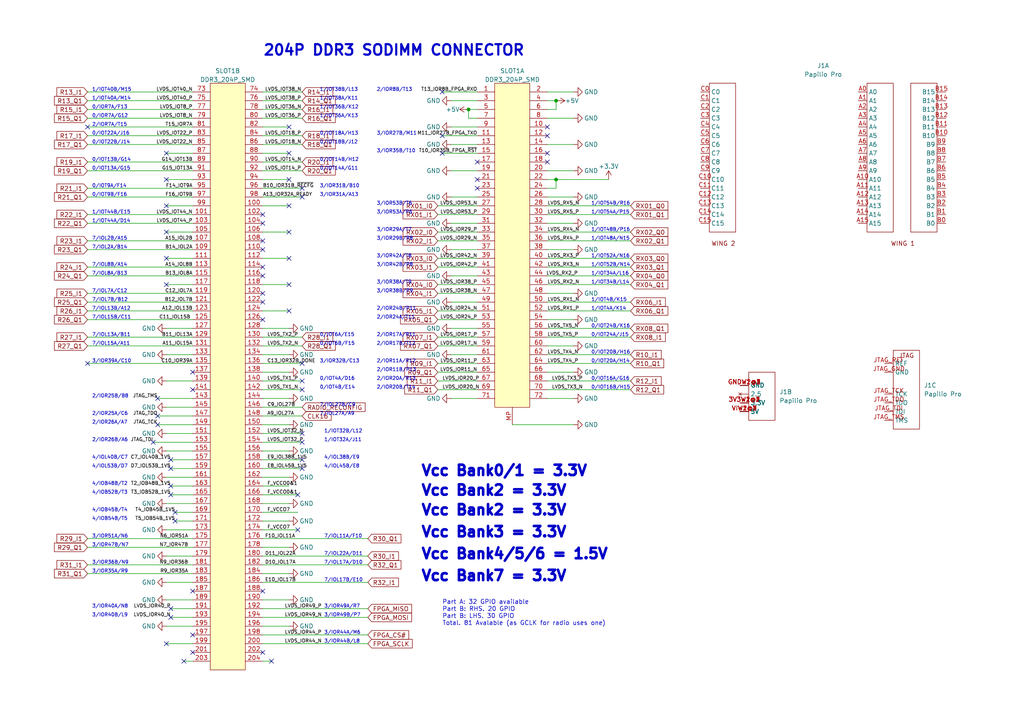
<source format=kicad_sch>
(kicad_sch (version 20231120) (generator "eeschema") (generator_version "8.0")
  (paper "A4")
  (junction (at 161.29 29.21))
  (junction (at 135.89 31.75))
  (junction (at 161.29 52.07))
  (no_connect (at 49.53 143.51))
  (no_connect (at 83.82 44.45))
  (no_connect (at 45.72 115.57))
  (no_connect (at 87.63 57.15))
  (no_connect (at 83.82 67.31))
  (no_connect (at 87.63 128.27))
  (no_connect (at 158.75 46.99))
  (no_connect (at 48.26 186.69))
  (no_connect (at 128.27 26.67))
  (no_connect (at 87.63 105.41))
  (no_connect (at 87.63 113.03))
  (no_connect (at 87.63 110.49))
  (no_connect (at 87.63 54.61))
  (no_connect (at 87.63 125.73))
  (no_connect (at 55.88 171.45))
  (no_connect (at 76.2 80.01))
  (no_connect (at 83.82 36.83))
  (no_connect (at 48.26 82.55))
  (no_connect (at 48.26 74.93))
  (no_connect (at 49.53 133.35))
  (no_connect (at 45.72 123.19))
  (no_connect (at 45.72 120.65))
  (no_connect (at 158.75 39.37))
  (no_connect (at 128.27 39.37))
  (no_connect (at 158.75 44.45))
  (no_connect (at 83.82 74.93))
  (no_connect (at 76.2 77.47))
  (no_connect (at 76.2 64.77))
  (no_connect (at 76.2 189.23))
  (no_connect (at 87.63 135.89))
  (no_connect (at 55.88 107.95))
  (no_connect (at 158.75 36.83))
  (no_connect (at 48.26 67.31))
  (no_connect (at 76.2 85.09))
  (no_connect (at 49.53 135.89))
  (no_connect (at 50.8 148.59))
  (no_connect (at 128.27 44.45))
  (no_connect (at 138.43 46.99))
  (no_connect (at 83.82 59.69))
  (no_connect (at 76.2 69.85))
  (no_connect (at 48.26 52.07))
  (no_connect (at 44.45 128.27))
  (no_connect (at 83.82 52.07))
  (no_connect (at 138.43 54.61))
  (no_connect (at 76.2 92.71))
  (no_connect (at 49.53 176.53))
  (no_connect (at 76.2 87.63))
  (no_connect (at 55.88 184.15))
  (no_connect (at 78.74 191.77))
  (no_connect (at 83.82 82.55))
  (no_connect (at 76.2 72.39))
  (no_connect (at 55.88 189.23))
  (no_connect (at 76.2 62.23))
  (no_connect (at 76.2 171.45))
  (no_connect (at 55.88 113.03))
  (no_connect (at 87.63 133.35))
  (no_connect (at 138.43 52.07))
  (no_connect (at 25.4 36.83))
  (no_connect (at 49.53 140.97))
  (no_connect (at 86.36 153.67))
  (no_connect (at 25.4 105.41))
  (no_connect (at 49.53 179.07))
  (no_connect (at 86.36 143.51))
  (no_connect (at 48.26 44.45))
  (no_connect (at 83.82 90.17))
  (no_connect (at 50.8 151.13))
  (no_connect (at 53.34 191.77))
  (no_connect (at 48.26 59.69))
  (wire (pts (xy 25.4 29.21) (xy 55.88 29.21)))
  (wire (pts (xy 127 82.55) (xy 138.43 82.55)))
  (wire (pts (xy 138.43 34.29) (xy 135.89 34.29)))
  (wire (pts (xy 76.2 90.17) (xy 83.82 90.17)))
  (wire (pts (xy 87.63 133.35) (xy 76.2 133.35)))
  (wire (pts (xy 25.4 39.37) (xy 55.88 39.37)))
  (wire (pts (xy 76.2 168.91) (xy 106.68 168.91)))
  (wire (pts (xy 76.2 148.59) (xy 86.36 148.59)))
  (wire (pts (xy 76.2 153.67) (xy 86.36 153.67)))
  (wire (pts (xy 83.82 107.95) (xy 76.2 107.95)))
  (wire (pts (xy 48.26 146.05) (xy 55.88 146.05)))
  (wire (pts (xy 44.45 128.27) (xy 55.88 128.27)))
  (wire (pts (xy 50.8 148.59) (xy 55.88 148.59)))
  (wire (pts (xy 48.26 153.67) (xy 55.88 153.67)))
  (wire (pts (xy 182.88 95.25) (xy 158.75 95.25)))
  (wire (pts (xy 83.82 138.43) (xy 76.2 138.43)))
  (wire (pts (xy 166.37 26.67) (xy 158.75 26.67)))
  (wire (pts (xy 76.2 67.31) (xy 83.82 67.31)))
  (wire (pts (xy 166.37 64.77) (xy 158.75 64.77)))
  (wire (pts (xy 83.82 123.19) (xy 76.2 123.19)))
  (wire (pts (xy 106.68 179.07) (xy 76.2 179.07)))
  (wire (pts (xy 127 74.93) (xy 138.43 74.93)))
  (wire (pts (xy 25.4 156.21) (xy 55.88 156.21)))
  (wire (pts (xy 49.53 133.35) (xy 55.88 133.35)))
  (wire (pts (xy 166.37 49.53) (xy 158.75 49.53)))
  (wire (pts (xy 48.26 102.87) (xy 55.88 102.87)))
  (wire (pts (xy 76.2 110.49) (xy 87.63 110.49)))
  (wire (pts (xy 166.37 41.91) (xy 158.75 41.91)))
  (wire (pts (xy 135.89 31.75) (xy 138.43 31.75)))
  (wire (pts (xy 127 92.71) (xy 138.43 92.71)))
  (wire (pts (xy 76.2 41.91) (xy 87.63 41.91)))
  (wire (pts (xy 87.63 54.61) (xy 76.2 54.61)))
  (wire (pts (xy 127 97.79) (xy 138.43 97.79)))
  (wire (pts (xy 49.53 143.51) (xy 55.88 143.51)))
  (wire (pts (xy 76.2 74.93) (xy 83.82 74.93)))
  (wire (pts (xy 182.88 105.41) (xy 158.75 105.41)))
  (wire (pts (xy 127 113.03) (xy 138.43 113.03)))
  (wire (pts (xy 127 110.49) (xy 138.43 110.49)))
  (wire (pts (xy 25.4 158.75) (xy 55.88 158.75)))
  (wire (pts (xy 182.88 77.47) (xy 158.75 77.47)))
  (wire (pts (xy 48.26 95.25) (xy 55.88 95.25)))
  (wire (pts (xy 161.29 31.75) (xy 161.29 29.21)))
  (wire (pts (xy 48.26 44.45) (xy 55.88 44.45)))
  (wire (pts (xy 48.26 67.31) (xy 55.88 67.31)))
  (wire (pts (xy 76.2 34.29) (xy 87.63 34.29)))
  (wire (pts (xy 25.4 26.67) (xy 55.88 26.67)))
  (wire (pts (xy 25.4 163.83) (xy 55.88 163.83)))
  (wire (pts (xy 25.4 92.71) (xy 55.88 92.71)))
  (wire (pts (xy 87.63 105.41) (xy 76.2 105.41)))
  (wire (pts (xy 127 85.09) (xy 138.43 85.09)))
  (wire (pts (xy 76.2 52.07) (xy 83.82 52.07)))
  (wire (pts (xy 48.26 161.29) (xy 55.88 161.29)))
  (wire (pts (xy 76.2 82.55) (xy 83.82 82.55)))
  (wire (pts (xy 158.75 113.03) (xy 182.88 113.03)))
  (wire (pts (xy 76.2 39.37) (xy 87.63 39.37)))
  (wire (pts (xy 83.82 151.13) (xy 76.2 151.13)))
  (wire (pts (xy 25.4 57.15) (xy 55.88 57.15)))
  (wire (pts (xy 25.4 90.17) (xy 55.88 90.17)))
  (wire (pts (xy 161.29 52.07) (xy 161.29 54.61)))
  (wire (pts (xy 48.26 130.81) (xy 55.88 130.81)))
  (wire (pts (xy 166.37 92.71) (xy 158.75 92.71)))
  (wire (pts (xy 128.27 26.67) (xy 138.43 26.67)))
  (wire (pts (xy 127 69.85) (xy 138.43 69.85)))
  (wire (pts (xy 127 62.23) (xy 138.43 62.23)))
  (wire (pts (xy 25.4 31.75) (xy 55.88 31.75)))
  (wire (pts (xy 48.26 52.07) (xy 55.88 52.07)))
  (wire (pts (xy 45.72 115.57) (xy 55.88 115.57)))
  (wire (pts (xy 48.26 186.69) (xy 55.88 186.69)))
  (wire (pts (xy 25.4 80.01) (xy 55.88 80.01)))
  (wire (pts (xy 166.37 115.57) (xy 158.75 115.57)))
  (wire (pts (xy 130.81 36.83) (xy 138.43 36.83)))
  (wire (pts (xy 130.81 72.39) (xy 138.43 72.39)))
  (wire (pts (xy 130.81 29.21) (xy 138.43 29.21)))
  (wire (pts (xy 182.88 69.85) (xy 158.75 69.85)))
  (wire (pts (xy 25.4 34.29) (xy 55.88 34.29)))
  (wire (pts (xy 166.37 72.39) (xy 158.75 72.39)))
  (wire (pts (xy 50.8 151.13) (xy 55.88 151.13)))
  (wire (pts (xy 48.26 168.91) (xy 55.88 168.91)))
  (wire (pts (xy 127 90.17) (xy 138.43 90.17)))
  (wire (pts (xy 166.37 85.09) (xy 158.75 85.09)))
  (wire (pts (xy 182.88 90.17) (xy 158.75 90.17)))
  (wire (pts (xy 83.82 173.99) (xy 76.2 173.99)))
  (wire (pts (xy 106.68 161.29) (xy 76.2 161.29)))
  (wire (pts (xy 76.2 36.83) (xy 83.82 36.83)))
  (wire (pts (xy 87.63 26.67) (xy 76.2 26.67)))
  (wire (pts (xy 87.63 118.11) (xy 76.2 118.11)))
  (wire (pts (xy 25.4 49.53) (xy 55.88 49.53)))
  (wire (pts (xy 130.81 80.01) (xy 138.43 80.01)))
  (wire (pts (xy 182.88 97.79) (xy 158.75 97.79)))
  (wire (pts (xy 182.88 87.63) (xy 158.75 87.63)))
  (wire (pts (xy 25.4 72.39) (xy 55.88 72.39)))
  (wire (pts (xy 158.75 80.01) (xy 182.88 80.01)))
  (wire (pts (xy 25.4 62.23) (xy 55.88 62.23)))
  (wire (pts (xy 127 77.47) (xy 138.43 77.47)))
  (wire (pts (xy 25.4 69.85) (xy 55.88 69.85)))
  (wire (pts (xy 48.26 118.11) (xy 55.88 118.11)))
  (wire (pts (xy 83.82 95.25) (xy 76.2 95.25)))
  (wire (pts (xy 45.72 120.65) (xy 55.88 120.65)))
  (wire (pts (xy 76.2 120.65) (xy 87.63 120.65)))
  (wire (pts (xy 49.53 135.89) (xy 55.88 135.89)))
  (wire (pts (xy 182.88 59.69) (xy 158.75 59.69)))
  (wire (pts (xy 182.88 82.55) (xy 158.75 82.55)))
  (wire (pts (xy 182.88 110.49) (xy 158.75 110.49)))
  (wire (pts (xy 130.81 102.87) (xy 138.43 102.87)))
  (wire (pts (xy 49.53 140.97) (xy 55.88 140.97)))
  (wire (pts (xy 182.88 62.23) (xy 158.75 62.23)))
  (wire (pts (xy 83.82 146.05) (xy 76.2 146.05)))
  (wire (pts (xy 49.53 179.07) (xy 55.88 179.07)))
  (wire (pts (xy 49.53 176.53) (xy 55.88 176.53)))
  (wire (pts (xy 76.2 184.15) (xy 106.68 184.15)))
  (wire (pts (xy 127 107.95) (xy 138.43 107.95)))
  (wire (pts (xy 130.81 95.25) (xy 138.43 95.25)))
  (wire (pts (xy 87.63 57.15) (xy 76.2 57.15)))
  (wire (pts (xy 76.2 46.99) (xy 87.63 46.99)))
  (wire (pts (xy 130.81 57.15) (xy 138.43 57.15)))
  (wire (pts (xy 161.29 52.07) (xy 176.53 52.07)))
  (wire (pts (xy 166.37 107.95) (xy 158.75 107.95)))
  (wire (pts (xy 83.82 115.57) (xy 76.2 115.57)))
  (wire (pts (xy 130.81 115.57) (xy 138.43 115.57)))
  (wire (pts (xy 25.4 97.79) (xy 55.88 97.79)))
  (wire (pts (xy 106.68 176.53) (xy 76.2 176.53)))
  (wire (pts (xy 48.26 59.69) (xy 55.88 59.69)))
  (wire (pts (xy 76.2 140.97) (xy 83.82 140.97)))
  (wire (pts (xy 25.4 77.47) (xy 55.88 77.47)))
  (wire (pts (xy 48.26 173.99) (xy 55.88 173.99)))
  (wire (pts (xy 76.2 31.75) (xy 87.63 31.75)))
  (wire (pts (xy 130.81 87.63) (xy 138.43 87.63)))
  (wire (pts (xy 127 105.41) (xy 138.43 105.41)))
  (wire (pts (xy 48.26 125.73) (xy 55.88 125.73)))
  (wire (pts (xy 25.4 166.37) (xy 55.88 166.37)))
  (wire (pts (xy 128.27 44.45) (xy 138.43 44.45)))
  (wire (pts (xy 53.34 191.77) (xy 55.88 191.77)))
  (wire (pts (xy 158.75 29.21) (xy 161.29 29.21)))
  (wire (pts (xy 158.75 52.07) (xy 161.29 52.07)))
  (wire (pts (xy 76.2 156.21) (xy 106.68 156.21)))
  (wire (pts (xy 76.2 143.51) (xy 86.36 143.51)))
  (wire (pts (xy 76.2 97.79) (xy 87.63 97.79)))
  (wire (pts (xy 76.2 113.03) (xy 87.63 113.03)))
  (wire (pts (xy 127 59.69) (xy 138.43 59.69)))
  (wire (pts (xy 182.88 102.87) (xy 158.75 102.87)))
  (wire (pts (xy 76.2 44.45) (xy 83.82 44.45)))
  (wire (pts (xy 87.63 125.73) (xy 76.2 125.73)))
  (wire (pts (xy 25.4 85.09) (xy 55.88 85.09)))
  (wire (pts (xy 130.81 41.91) (xy 138.43 41.91)))
  (wire (pts (xy 83.82 130.81) (xy 76.2 130.81)))
  (wire (pts (xy 166.37 34.29) (xy 158.75 34.29)))
  (wire (pts (xy 135.89 34.29) (xy 135.89 31.75)))
  (wire (pts (xy 76.2 186.69) (xy 106.68 186.69)))
  (wire (pts (xy 161.29 54.61) (xy 158.75 54.61)))
  (wire (pts (xy 48.26 74.93) (xy 55.88 74.93)))
  (wire (pts (xy 76.2 59.69) (xy 83.82 59.69)))
  (wire (pts (xy 45.72 123.19) (xy 55.88 123.19)))
  (wire (pts (xy 106.68 163.83) (xy 76.2 163.83)))
  (wire (pts (xy 182.88 74.93) (xy 158.75 74.93)))
  (wire (pts (xy 87.63 29.21) (xy 76.2 29.21)))
  (wire (pts (xy 166.37 57.15) (xy 158.75 57.15)))
  (wire (pts (xy 25.4 105.41) (xy 55.88 105.41)))
  (wire (pts (xy 76.2 191.77) (xy 78.74 191.77)))
  (wire (pts (xy 182.88 67.31) (xy 158.75 67.31)))
  (wire (pts (xy 166.37 100.33) (xy 158.75 100.33)))
  (wire (pts (xy 25.4 36.83) (xy 55.88 36.83)))
  (wire (pts (xy 76.2 128.27) (xy 87.63 128.27)))
  (wire (pts (xy 76.2 100.33) (xy 87.63 100.33)))
  (wire (pts (xy 87.63 135.89) (xy 76.2 135.89)))
  (wire (pts (xy 25.4 100.33) (xy 55.88 100.33)))
  (wire (pts (xy 76.2 49.53) (xy 87.63 49.53)))
  (wire (pts (xy 148.59 123.19) (xy 166.37 123.19)))
  (wire (pts (xy 25.4 46.99) (xy 55.88 46.99)))
  (wire (pts (xy 130.81 64.77) (xy 138.43 64.77)))
  (wire (pts (xy 83.82 102.87) (xy 76.2 102.87)))
  (wire (pts (xy 128.27 39.37) (xy 138.43 39.37)))
  (wire (pts (xy 158.75 31.75) (xy 161.29 31.75)))
  (wire (pts (xy 127 67.31) (xy 138.43 67.31)))
  (wire (pts (xy 25.4 41.91) (xy 55.88 41.91)))
  (wire (pts (xy 48.26 82.55) (xy 55.88 82.55)))
  (wire (pts (xy 48.26 110.49) (xy 55.88 110.49)))
  (wire (pts (xy 25.4 87.63) (xy 55.88 87.63)))
  (wire (pts (xy 83.82 181.61) (xy 76.2 181.61)))
  (wire (pts (xy 25.4 54.61) (xy 55.88 54.61)))
  (wire (pts (xy 130.81 49.53) (xy 138.43 49.53)))
  (wire (pts (xy 83.82 158.75) (xy 76.2 158.75)))
  (wire (pts (xy 25.4 64.77) (xy 55.88 64.77)))
  (wire (pts (xy 48.26 138.43) (xy 55.88 138.43)))
  (wire (pts (xy 83.82 166.37) (xy 76.2 166.37)))
  (wire (pts (xy 127 100.33) (xy 138.43 100.33)))
  (wire (pts (xy 48.26 181.61) (xy 55.88 181.61)))
  (text "3/IOR53B/T6\n" (at 109.22 59.69 0) (effects (font (size 1 1)) (justify left bottom)))
  (text "3/IOR53A/P6\n" (at 109.22 62.23 0) (effects (font (size 1 1)) (justify left bottom)))
  (text "1/IOT48A/N15\n" (at 171.45 69.85 0) (effects (font (size 1 1)) (justify left bottom)))
  (text "4/IOL38B/E9\n" (at 93.98 133.35 0) (effects (font (size 1 1)) (justify left bottom)))
  (text "2/IOR25B/B8\n" (at 26.67 115.57 0) (effects (font (size 1 1)) (justify left bottom)))
  (text "Part A: 32 GPIO available\nPart B: RHS. 20 GPIO\nPart B: LHS. 30 GPIO\nTotal. 81 Avalable (as GCLK for radio uses one)" (at 128.27 181.61 0) (effects (font (size 1.27 1.27)) (justify left bottom)))
  (text "7/IOL22A/D11\n" (at 93.98 161.29 0) (effects (font (size 1 1)) (justify left bottom)))
  (text "7/IOL27A/A9\n" (at 92.71 120.65 0) (effects (font (size 1 1)) (justify left bottom)))
  (text "0/IOT18A/H13" (at 92.71 39.37 0) (effects (font (size 1 1)) (justify left bottom)))
  (text "1/IOT44B/E15\n" (at 26.67 62.23 0) (effects (font (size 1 1)) (justify left bottom)))
  (text "7/IOL7B/B12\n" (at 26.67 87.63 0) (effects (font (size 1 1)) (justify left bottom)))
  (text "3/IOR40A/N8\n" (at 26.67 176.53 0) (effects (font (size 1 1)) (justify left bottom)))
  (text "2/IOR7A/T15\n" (at 26.67 36.83 0) (effects (font (size 1 1)) (justify left bottom)))
  (text "3/IOR31B/B10" (at 92.71 54.61 0) (effects (font (size 1 1)) (justify left bottom)))
  (text "0/IOT16B/H15\n" (at 171.45 113.03 0) (effects (font (size 1 1)) (justify left bottom)))
  (text "0/IOT9A/F14\n" (at 26.67 54.61 0) (effects (font (size 1 1)) (justify left bottom)))
  (text "4/IOB54B/T5\n" (at 26.67 151.13 0) (effects (font (size 1 1)) (justify left bottom)))
  (text "0/IOT14A/G11" (at 92.71 49.53 0) (effects (font (size 1 1)) (justify left bottom)))
  (text "7/IOL2B/A15\n" (at 26.67 69.85 0) (effects (font (size 1 1)) (justify left bottom)))
  (text "2/IOR17B/T12\n" (at 109.22 100.33 0) (effects (font (size 1 1)) (justify left bottom)))
  (text "1/IOT38A/K11\n" (at 92.71 29.21 0) (effects (font (size 1 1)) (justify left bottom)))
  (text "7/IOL7A/C12\n" (at 26.67 85.09 0) (effects (font (size 1 1)) (justify left bottom)))
  (text "3/IOR38A/T9\n" (at 109.22 82.55 0) (effects (font (size 1 1)) (justify left bottom)))
  (text "7/IOL11A/F10\n" (at 93.98 156.21 0) (effects (font (size 1 1)) (justify left bottom)))
  (text "7/IOL27B/C9\n" (at 92.71 118.11 0) (effects (font (size 1 1)) (justify left bottom)))
  (text "0/IOT24B/K16\n" (at 171.45 95.25 0) (effects (font (size 1 1)) (justify left bottom)))
  (text "4/IOL53B/D7" (at 26.67 135.89 0) (effects (font (size 1 1)) (justify left bottom)))
  (text "1/IOT34B/L14\n" (at 171.45 82.55 0) (effects (font (size 1 1)) (justify left bottom)))
  (text "Vcc Bank3 = 3.3V" (at 121.92 156.21 0) (effects (font (size 3 3) (thickness 1.6) (bold yes)) (justify left bottom)))
  (text "3/IOR38B/P9\n" (at 109.22 85.09 0) (effects (font (size 1 1)) (justify left bottom)))
  (text "0/IOT24A/J15\n" (at 171.45 97.79 0) (effects (font (size 1 1)) (justify left bottom)))
  (text "7/IOL15A/A11\n" (at 26.67 100.33 0) (effects (font (size 1 1)) (justify left bottom)))
  (text "4/IOB52B/T3" (at 26.67 143.51 0) (effects (font (size 1 1)) (justify left bottom)))
  (text "2/IOR11A/R12\n" (at 109.22 105.41 0) (effects (font (size 1 1)) (justify left bottom)))
  (text "1/IOT40B/M15\n" (at 26.67 26.67 0) (effects (font (size 1 1)) (justify left bottom)))
  (text "1/IOT36B/K12\n" (at 92.71 31.75 0) (effects (font (size 1 1)) (justify left bottom)))
  (text "Vcc Bank4/5/6 = 1.5V" (at 121.92 162.56 0) (effects (font (size 3 3) (thickness 1.6) (bold yes)) (justify left bottom)))
  (text "1/IOT32A/J11\n" (at 93.98 128.27 0) (effects (font (size 1 1)) (justify left bottom)))
  (text "Vcc Bank0/1 = 3.3V" (at 121.92 138.43 0) (effects (font (size 3 3) (thickness 1.6) (bold yes)) (justify left bottom)))
  (text "0/IOT13A/G15\n" (at 26.67 49.53 0) (effects (font (size 1 1)) (justify left bottom)))
  (text "3/IOR49B/P7\n" (at 93.98 179.07 0) (effects (font (size 1 1)) (justify left bottom)))
  (text "1/IOT52B/N14\n" (at 171.45 77.47 0) (effects (font (size 1 1)) (justify left bottom)))
  (text "1/IOT52A/N16\n" (at 171.45 74.93 0) (effects (font (size 1 1)) (justify left bottom)))
  (text "2/IOR24B/P11\n" (at 109.22 90.17 0) (effects (font (size 1 1)) (justify left bottom)))
  (text "1/IOT34A/L16\n" (at 171.45 80.01 0) (effects (font (size 1 1)) (justify left bottom)))
  (text "3/IOR42A/T8\n" (at 109.22 74.93 0) (effects (font (size 1 1)) (justify left bottom)))
  (text "2/IOR20B/T14\n" (at 109.22 113.03 0) (effects (font (size 1 1)) (justify left bottom)))
  (text "1/IOT44A/D14" (at 26.67 64.77 0) (effects (font (size 1 1)) (justify left bottom)))
  (text "4/IOL40B/C7\n" (at 26.67 133.35 0) (effects (font (size 1 1)) (justify left bottom)))
  (text "3/IOR35A/R9\n" (at 26.67 166.37 0) (effects (font (size 1 1)) (justify left bottom)))
  (text "4/IOL45B/E8\n" (at 93.98 135.89 0) (effects (font (size 1 1)) (justify left bottom)))
  (text "1/IOT4A/K14\n" (at 171.45 90.17 0) (effects (font (size 1 1)) (justify left bottom)))
  (text "3/IOR44B/L8" (at 93.98 186.69 0) (effects (font (size 1 1)) (justify left bottom)))
  (text "3/IOR51A/N6\n" (at 26.67 156.21 0) (effects (font (size 1 1)) (justify left bottom)))
  (text "204P DDR3 SODIMM CONNECTOR" (at 76.2 16.51 0) (effects (font (size 3.048 3.048) (bold yes)) (justify left bottom)))
  (text "7/IOL13B/A12\n" (at 26.67 90.17 0) (effects (font (size 1 1)) (justify left bottom)))
  (text "0/IOT6A/E15\n" (at 92.71 97.79 0) (effects (font (size 1 1)) (justify left bottom)))
  (text "1/IOT4B/K15\n" (at 171.45 87.63 0) (effects (font (size 1 1)) (justify left bottom)))
  (text "3/IOR49A/R7" (at 93.98 176.53 0) (effects (font (size 1 1)) (justify left bottom)))
  (text "2/IOR24A/T11\n" (at 109.22 92.71 0) (effects (font (size 1 1)) (justify left bottom)))
  (text "2/IOR25A/C6\n" (at 26.67 120.65 0) (effects (font (size 1 1)) (justify left bottom)))
  (text "1/IOT36A/K13\n" (at 92.71 34.29 0) (effects (font (size 1 1)) (justify left bottom)))
  (text "3/IOR29B/R8\n" (at 109.22 69.85 0) (effects (font (size 1 1)) (justify left bottom)))
  (text "3/IOR36B/N9\n" (at 26.67 163.83 0) (effects (font (size 1 1)) (justify left bottom)))
  (text "4/IOB48B/T2" (at 26.67 140.97 0) (effects (font (size 1 1)) (justify left bottom)))
  (text "1/IOT48B/P16\n" (at 171.45 67.31 0) (effects (font (size 1 1)) (justify left bottom)))
  (text "0/IOT18B/J12\n" (at 92.71 41.91 0) (effects (font (size 1 1)) (justify left bottom)))
  (text "3/IOR35B/T10\n" (at 109.22 44.45 0) (effects (font (size 1 1)) (justify left bottom)))
  (text "2/IOR26A/A7\n" (at 26.67 123.19 0) (effects (font (size 1 1)) (justify left bottom)))
  (text "Vcc Bank2 = 3.3V" (at 121.92 149.86 0) (effects (font (size 3 3) (thickness 1.6) (bold yes)) (justify left bottom)))
  (text "3/IOR44A/M6\n" (at 93.98 184.15 0) (effects (font (size 1 1)) (justify left bottom)))
  (text "1/IOT40A/M14\n" (at 26.67 29.21 0) (effects (font (size 1 1)) (justify left bottom)))
  (text "0/IOT22A/J16\n" (at 26.67 39.37 0) (effects (font (size 1 1)) (justify left bottom)))
  (text "0/IOT16A/G16\n" (at 171.45 110.49 0) (effects (font (size 1 1)) (justify left bottom)))
  (text "2/IOR8B/T13\n" (at 109.22 26.67 0) (effects (font (size 1 1)) (justify left bottom)))
  (text "0/IOT9B/F16\n" (at 26.67 57.15 0) (effects (font (size 1 1)) (justify left bottom)))
  (text "7/IOL15B/C11\n" (at 26.67 92.71 0) (effects (font (size 1 1)) (justify left bottom)))
  (text "1/IOT54B/R16\n" (at 171.45 59.69 0) (effects (font (size 1 1)) (justify left bottom)))
  (text "0/IOT20B/H16\n" (at 171.45 102.87 0) (effects (font (size 1 1)) (justify left bottom)))
  (text "3/IOR42B/P8\n" (at 109.22 77.47 0) (effects (font (size 1 1)) (justify left bottom)))
  (text "2/IOR11B/P13\n" (at 109.22 107.95 0) (effects (font (size 1 1)) (justify left bottom)))
  (text "Vcc Bank7 = 3.3V" (at 121.92 168.91 0) (effects (font (size 3 3) (thickness 1.6) (bold yes)) (justify left bottom)))
  (text "3/IOR32B/C13\n" (at 92.71 105.41 0) (effects (font (size 1 1)) (justify left bottom)))
  (text "3/IOR39A/C10" (at 26.67 105.41 0) (effects (font (size 1 1)) (justify left bottom)))
  (text "0/IOT20A/H14\n" (at 171.45 105.41 0) (effects (font (size 1 1)) (justify left bottom)))
  (text "0/IOT4B/E14\n" (at 92.71 113.03 0) (effects (font (size 1 1)) (justify left bottom)))
  (text "3/IOR31A/A13" (at 92.71 57.15 0) (effects (font (size 1 1)) (justify left bottom)))
  (text "2/IOR17A/R11\n" (at 109.22 97.79 0) (effects (font (size 1 1)) (justify left bottom)))
  (text "0/IOR7A/G12" (at 26.67 34.29 0) (effects (font (size 1 1)) (justify left bottom)))
  (text "3/IOR40B/L9\n" (at 26.67 179.07 0) (effects (font (size 1 1)) (justify left bottom)))
  (text "4/IOB45B/T4\n" (at 26.67 148.59 0) (effects (font (size 1 1)) (justify left bottom)))
  (text "7/IOL13A/B11\n" (at 26.67 97.79 0) (effects (font (size 1 1)) (justify left bottom)))
  (text "3/IOR29A/T7\n" (at 109.22 67.31 0) (effects (font (size 1 1)) (justify left bottom)))
  (text "0/IOT4A/D16\n" (at 92.71 110.49 0) (effects (font (size 1 1)) (justify left bottom)))
  (text "1/IOT32B/L12\n" (at 93.98 125.73 0) (effects (font (size 1 1)) (justify left bottom)))
  (text "0/IOT14B/H12\n" (at 92.71 46.99 0) (effects (font (size 1 1)) (justify left bottom)))
  (text "0/IOT6B/F15\n" (at 92.71 100.33 0) (effects (font (size 1 1)) (justify left bottom)))
  (text "2/IOR26B/A6\n" (at 26.67 128.27 0) (effects (font (size 1 1)) (justify left bottom)))
  (text "7/IOL8A/B13\n" (at 26.67 80.01 0) (effects (font (size 1 1)) (justify left bottom)))
  (text "2/IOR20A/R13\n" (at 109.22 110.49 0) (effects (font (size 1 1)) (justify left bottom)))
  (text "0/IOR7A/F13\n" (at 26.67 31.75 0) (effects (font (size 1 1)) (justify left bottom)))
  (text "1/IOT54A/P15\n" (at 171.45 62.23 0) (effects (font (size 1 1)) (justify left bottom)))
  (text "0/IOT22B/J14\n" (at 26.67 41.91 0) (effects (font (size 1 1)) (justify left bottom)))
  (text "Vcc Bank2 = 3.3V" (at 121.92 144.145 0) (effects (font (size 3 3) (thickness 1.6) (bold yes)) (justify left bottom)))
  (text "7/IOL8B/A14\n" (at 26.67 77.47 0) (effects (font (size 1 1)) (justify left bottom)))
  (text "7/IOL17A/D10\n" (at 93.98 163.83 0) (effects (font (size 1 1)) (justify left bottom)))
  (text "7/IOL2A/B14\n" (at 26.67 72.39 0) (effects (font (size 1 1)) (justify left bottom)))
  (text "1/IOT38B/L13\n" (at 92.71 26.67 0) (effects (font (size 1 1)) (justify left bottom)))
  (text "3/IOR27B/M11\n" (at 109.22 39.37 0) (effects (font (size 1 1)) (justify left bottom)))
  (text "0/IOT13B/G14\n" (at 26.67 46.99 0) (effects (font (size 1 1)) (justify left bottom)))
  (text "7/IOL17B/E10\n" (at 93.98 168.91 0) (effects (font (size 1 1)) (justify left bottom)))
  (text "3/IOR47B/N7" (at 26.67 158.75 0) (effects (font (size 1 1)) (justify left bottom)))
  (label "JTAG_TMS" (at 45.72 115.57 180) (effects (font (size 1 1))))
  (label "T5_IOB54B_1V5" (at 50.8 151.13 180) (effects (font (size 1 1))))
  (label "B10_IOR31B_~{RECFG}" (at 76.2 54.61 0) (effects (font (size 1 1))))
  (label "LVDS_IOR44_N" (at 82.55 186.69 0) (effects (font (size 1 1))))
  (label "LVDS_IOT40_N" (at 55.88 26.67 180) (effects (font (size 1 1))))
  (label "LVDS_RX1_N" (at 158.75 87.63 0) (effects (font (size 1 1))))
  (label "G14_IOT13B" (at 55.88 46.99 180) (effects (font (size 1 1))))
  (label "LVDS_IOT14_P" (at 76.835 49.53 0) (effects (font (size 1 1))))
  (label "T3_IOB52B_1V5" (at 49.53 143.51 180) (effects (font (size 1 1))))
  (label "T13_IOR8B_FPGA_RXO" (at 138.43 26.67 180) (effects (font (size 1 1))))
  (label "LVDS_IOT18_N" (at 76.835 41.91 0) (effects (font (size 1 1))))
  (label "F_VCCO0&1" (at 77.47 140.97 0) (effects (font (size 1 1))))
  (label "T2_IOB48B_1V5" (at 49.53 140.97 180) (effects (font (size 1 1))))
  (label "LVDS_TX4_N" (at 158.75 102.87 0) (effects (font (size 1 1))))
  (label "LVDS_TX2_N" (at 77.47 100.33 0) (effects (font (size 1 1))))
  (label "E10_IOL17B" (at 76.835 168.91 0) (effects (font (size 1 1))))
  (label "LVDS_IOR38_N" (at 138.43 85.09 180) (effects (font (size 1 1))))
  (label "LVDS_RX4_N" (at 158.75 67.31 0) (effects (font (size 1 1))))
  (label "LVDS_IOR49_N" (at 82.55 179.07 0) (effects (font (size 1 1))))
  (label "LVDS_RX4_P" (at 158.75 69.85 0) (effects (font (size 1 1))))
  (label "LVDS_TX5_N" (at 158.75 95.25 0) (effects (font (size 1 1))))
  (label "LVDS_IOR53_P" (at 138.43 62.23 180) (effects (font (size 1 1))))
  (label "LVDS_IOR29_N" (at 138.43 69.85 180) (effects (font (size 1 1))))
  (label "F_VCCO7" (at 77.47 153.67 0) (effects (font (size 1 1))))
  (label "C11_IOL15B" (at 55.245 92.71 180) (effects (font (size 1 1))))
  (label "LVDS_IOT40_P" (at 55.88 29.21 180) (effects (font (size 1 1))))
  (label "LVDS_IOT44_N" (at 55.88 62.23 180) (effects (font (size 1 1))))
  (label "A11_IOL15A" (at 55.88 100.33 180) (effects (font (size 1 1))))
  (label "LVDS_IOT8_P" (at 55.88 31.75 180) (effects (font (size 1 1))))
  (label "LVDS_IOT14_N" (at 76.835 46.99 0) (effects (font (size 1 1))))
  (label "N6_IOR51A" (at 54.61 156.21 180) (effects (font (size 1 1))))
  (label "E9_IOL38B_1V5" (at 77.47 133.35 0) (effects (font (size 1 1))))
  (label "LVDS_RX2_P" (at 167.64 80.01 180) (effects (font (size 1 1))))
  (label "LVDS_IOT38_P" (at 76.835 29.21 0) (effects (font (size 1 1))))
  (label "LVDS_IOR42_N" (at 138.43 74.93 180) (effects (font (size 1 1))))
  (label "F16_IOT9B" (at 55.88 57.15 180) (effects (font (size 1 1))))
  (label "F_VCCO0&1" (at 77.47 143.51 0) (effects (font (size 1 1))))
  (label "LVDS_RX5_N" (at 158.75 59.69 0) (effects (font (size 1 1))))
  (label "A13_IOR32A_READY" (at 76.2 57.15 0) (effects (font (size 1 1))))
  (label "F_VCCO7" (at 77.47 148.59 0) (effects (font (size 1 1))))
  (label "LVDS_TX3_N" (at 160.02 113.03 0) (effects (font (size 1 1))))
  (label "C7_IOL40B_1V5" (at 49.53 133.35 180) (effects (font (size 1 1))))
  (label "LVDS_IOT8_N" (at 55.88 34.29 180) (effects (font (size 1 1))))
  (label "T10_IOR35B_FPGA_~{RST}" (at 138.43 44.45 180) (effects (font (size 1 1))))
  (label "LVDS_IOR20_P" (at 128.27 110.49 0) (effects (font (size 1 1))))
  (label "N9_IOR36B" (at 54.61 163.83 180) (effects (font (size 1 1))))
  (label "LVDS_IOT36_N" (at 76.835 31.75 0) (effects (font (size 1 1))))
  (label "LVDS_IOR40_N" (at 49.53 179.07 180) (effects (font (size 1 1))))
  (label "LVDS_TX1_P" (at 77.47 110.49 0) (effects (font (size 1 1))))
  (label "LVDS_IOR11_P" (at 138.43 105.41 180) (effects (font (size 1 1))))
  (label "LVDS_IOR17_P" (at 138.43 97.79 180) (effects (font (size 1 1))))
  (label "LVDS_RX1_P" (at 158.75 90.17 0) (effects (font (size 1 1))))
  (label "C9_IOL27B" (at 77.47 118.11 0) (effects (font (size 1 1))))
  (label "A12_IOL13B" (at 55.88 90.17 180) (effects (font (size 1 1))))
  (label "LVDS_IOT32_N" (at 77.47 125.73 0) (effects (font (size 1 1))))
  (label "G15_IOT13A" (at 55.88 49.53 180) (effects (font (size 1 1))))
  (label "LVDS_TX1_N" (at 77.47 113.03 0) (effects (font (size 1 1))))
  (label "LVDS_RX3_P" (at 158.75 74.93 0) (effects (font (size 1 1))))
  (label "LVDS_TX5_P" (at 158.75 97.79 0) (effects (font (size 1 1))))
  (label "LVDS_IOR17_N" (at 138.43 100.33 180) (effects (font (size 1 1))))
  (label "E8_IOL45B_1V5" (at 77.47 135.89 0) (effects (font (size 1 1))))
  (label "LVDS_RX3_N" (at 158.75 77.47 0) (effects (font (size 1 1))))
  (label "LVDS_IOR42_P" (at 138.43 77.47 180) (effects (font (size 1 1))))
  (label "A14_IOL8B" (at 55.88 77.47 180) (effects (font (size 1 1))))
  (label "LVDS_TX2_P" (at 77.47 97.79 0) (effects (font (size 1 1))))
  (label "LVDS_IOT38_N" (at 76.835 26.67 0) (effects (font (size 1 1))))
  (label "D7_IOL53B_1V5" (at 49.53 135.89 180) (effects (font (size 1 1))))
  (label "LVDS_IOR20_N" (at 128.27 113.03 0) (effects (font (size 1 1))))
  (label "JTAG_TCK" (at 45.72 123.19 180) (effects (font (size 1 1))))
  (label "T15_IOR7A" (at 55.88 36.83 180) (effects (font (size 1 1))))
  (label "C10_IOR39A" (at 55.88 105.41 180) (effects (font (size 1 1))))
  (label "N7_IOR47B" (at 54.61 158.75 180) (effects (font (size 1 1))))
  (label "LVDS_IOT44_P" (at 55.88 64.77 180) (effects (font (size 1 1))))
  (label "JTAG_TDO" (at 45.72 120.65 180) (effects (font (size 1 1))))
  (label "A15_IOL2B" (at 55.88 69.85 180) (effects (font (size 1 1))))
  (label "C12_IOL7A" (at 55.88 85.09 180) (effects (font (size 1 1))))
  (label "LVDS_IOR29_P" (at 138.43 67.31 180) (effects (font (size 1 1))))
  (label "M11_IOR27B_FPGA_TXO" (at 138.43 39.37 180) (effects (font (size 1 1))))
  (label "LVDS_IOT32_P" (at 77.47 128.27 0) (effects (font (size 1 1))))
  (label "LVDS_RX2_N" (at 158.75 82.55 0) (effects (font (size 1 1))))
  (label "F10_IOL11A" (at 76.835 156.21 0) (effects (font (size 1 1))))
  (label "LVDS_IOR53_N" (at 138.43 59.69 180) (effects (font (size 1 1))))
  (label "F14_IOT9A" (at 55.88 54.61 180) (effects (font (size 1 1))))
  (label "JTAG_TDI" (at 44.45 128.27 180) (effects (font (size 1 1))))
  (label "B13_IOL8A" (at 55.88 80.01 180) (effects (font (size 1 1))))
  (label "LVDS_IOT22_N" (at 55.88 41.91 180) (effects (font (size 1 1))))
  (label "C13_IOR32B_DONE" (at 77.47 105.41 0) (effects (font (size 1 1))))
  (label "LVDS_RX5_P" (at 158.75 62.23 0) (effects (font (size 1 1))))
  (label "LVDS_TX4_P" (at 158.75 105.41 0) (effects (font (size 1 1))))
  (label "R9_IOR35A" (at 54.61 166.37 180) (effects (font (size 1 1))))
  (label "D11_IOL22A" (at 76.835 161.29 0) (effects (font (size 1 1))))
  (label "LVDS_IOR44_P" (at 82.55 184.15 0) (effects (font (size 1 1))))
  (label "LVDS_IOT36_P" (at 76.835 34.29 0) (effects (font (size 1 1))))
  (label "LVDS_IOT22_P" (at 55.88 39.37 180) (effects (font (size 1 1))))
  (label "LVDS_IOT18_P" (at 76.835 39.37 0) (effects (font (size 1 1))))
  (label "LVDS_IOR24_N" (at 138.43 90.17 180) (effects (font (size 1 1))))
  (label "LVDS_IOR49_P" (at 82.55 176.53 0) (effects (font (size 1 1))))
  (label "LVDS_IOR40_P" (at 49.53 176.53 180) (effects (font (size 1 1))))
  (label "LVDS_IOR11_N" (at 138.43 107.95 180) (effects (font (size 1 1))))
  (label "T4_IOB45B_1V5" (at 50.8 148.59 180) (effects (font (size 1 1))))
  (label "LVDS_IOR38_P" (at 138.43 82.55 180) (effects (font (size 1 1))))
  (label "B12_IOL7B" (at 55.88 87.63 180) (effects (font (size 1 1))))
  (label "D10_IOL17A" (at 76.835 163.83 0) (effects (font (size 1 1))))
  (label "A9_IOL27A" (at 77.47 120.65 0) (effects (font (size 1 1))))
  (label "B11_IOL13A" (at 55.88 97.79 180) (effects (font (size 1 1))))
  (label "LVDS_IOR24_P" (at 138.43 92.71 180) (effects (font (size 1 1))))
  (label "LVDS_TX3_P" (at 160.02 110.49 0) (effects (font (size 1 1))))
  (label "B14_IOL2A" (at 55.88 72.39 180) (effects (font (size 1 1))))
  (global_label "RADIO_RECONFIG" (shape input) (at 87.63 118.11 0) (property "Intersheetrefs" "${INTERSHEET_REFS}" (effects (hide yes))))
  (global_label "RX08_I1" (shape input) (at 182.88 97.79 0) (property "Intersheetrefs" "${INTERSHEET_REFS}" (effects (hide yes))))
  (global_label "R31_Q1" (shape input) (at 25.4 166.37 180) (property "Intersheetrefs" "${INTERSHEET_REFS}" (effects (hide yes))))
  (global_label "R28_Q1" (shape input) (at 87.63 100.33 0) (property "Intersheetrefs" "${INTERSHEET_REFS}" (effects (hide yes))))
  (global_label "FPGA_SCLK" (shape input) (at 106.68 186.69 0) (property "Intersheetrefs" "${INTERSHEET_REFS}" (effects (hide yes))))
  (global_label "RX01_Q0" (shape input) (at 182.88 59.69 0) (property "Intersheetrefs" "${INTERSHEET_REFS}" (effects (hide yes))))
  (global_label "RX06_I1" (shape input) (at 182.88 87.63 0) (property "Intersheetrefs" "${INTERSHEET_REFS}" (effects (hide yes))))
  (global_label "RX06_Q1" (shape input) (at 182.88 90.17 0) (property "Intersheetrefs" "${INTERSHEET_REFS}" (effects (hide yes))))
  (global_label "R25_I1" (shape input) (at 25.4 85.09 180) (property "Intersheetrefs" "${INTERSHEET_REFS}" (effects (hide yes))))
  (global_label "R14_Q1" (shape input) (at 87.63 29.21 0) (property "Intersheetrefs" "${INTERSHEET_REFS}" (effects (hide yes))))
  (global_label "FPGA_MISO" (shape input) (at 106.68 176.53 0) (property "Intersheetrefs" "${INTERSHEET_REFS}" (effects (hide yes))))
  (global_label "R15_I1" (shape input) (at 25.4 31.75 180) (property "Intersheetrefs" "${INTERSHEET_REFS}" (effects (hide yes))))
  (global_label "R32_I1" (shape input) (at 106.68 168.91 0) (property "Intersheetrefs" "${INTERSHEET_REFS}" (effects (hide yes))))
  (global_label "RX01_Q1" (shape input) (at 182.88 62.23 0) (property "Intersheetrefs" "${INTERSHEET_REFS}" (effects (hide yes))))
  (global_label "R09_Q1" (shape input) (at 127 107.95 180) (property "Intersheetrefs" "${INTERSHEET_REFS}" (effects (hide yes))))
  (global_label "R12_I1" (shape input) (at 182.88 110.49 0) (property "Intersheetrefs" "${INTERSHEET_REFS}" (effects (hide yes))))
  (global_label "R21_Q1" (shape input) (at 25.4 57.15 180) (property "Intersheetrefs" "${INTERSHEET_REFS}" (effects (hide yes))))
  (global_label "RX03_I1" (shape input) (at 127 77.47 180) (property "Intersheetrefs" "${INTERSHEET_REFS}" (effects (hide yes))))
  (global_label "CLK16" (shape input) (at 87.63 120.65 0) (property "Intersheetrefs" "${INTERSHEET_REFS}" (effects (hide yes))))
  (global_label "R31_I1" (shape input) (at 25.4 163.83 180) (property "Intersheetrefs" "${INTERSHEET_REFS}" (effects (hide yes))))
  (global_label "RX02_I1" (shape input) (at 127 69.85 180) (property "Intersheetrefs" "${INTERSHEET_REFS}" (effects (hide yes))))
  (global_label "R16_Q1" (shape input) (at 87.63 34.29 0) (property "Intersheetrefs" "${INTERSHEET_REFS}" (effects (hide yes))))
  (global_label "R28_I1" (shape input) (at 87.63 97.79 0) (property "Intersheetrefs" "${INTERSHEET_REFS}" (effects (hide yes))))
  (global_label "R19_I1" (shape input) (at 25.4 46.99 180) (property "Intersheetrefs" "${INTERSHEET_REFS}" (effects (hide yes))))
  (global_label "R19_Q1" (shape input) (at 25.4 49.53 180) (property "Intersheetrefs" "${INTERSHEET_REFS}" (effects (hide yes))))
  (global_label "R23_Q1" (shape input) (at 25.4 72.39 180) (property "Intersheetrefs" "${INTERSHEET_REFS}" (effects (hide yes))))
  (global_label "FPGA_CS#" (shape input) (at 106.68 184.15 0) (property "Intersheetrefs" "${INTERSHEET_REFS}" (effects (hide yes))))
  (global_label "R29_I1" (shape input) (at 25.4 156.21 180) (property "Intersheetrefs" "${INTERSHEET_REFS}" (effects (hide yes))))
  (global_label "RX03_Q0" (shape input) (at 182.88 74.93 0) (property "Intersheetrefs" "${INTERSHEET_REFS}" (effects (hide yes))))
  (global_label "R22_I1" (shape input) (at 25.4 62.23 180) (property "Intersheetrefs" "${INTERSHEET_REFS}" (effects (hide yes))))
  (global_label "FPGA_MOSI" (shape input) (at 106.68 179.07 0) (property "Intersheetrefs" "${INTERSHEET_REFS}" (effects (hide yes))))
  (global_label "RX04_I1" (shape input) (at 127 85.09 180) (property "Intersheetrefs" "${INTERSHEET_REFS}" (effects (hide yes))))
  (global_label "R24_I1" (shape input) (at 25.4 77.47 180) (property "Intersheetrefs" "${INTERSHEET_REFS}" (effects (hide yes))))
  (global_label "R17_I1" (shape input) (at 25.4 39.37 180) (property "Intersheetrefs" "${INTERSHEET_REFS}" (effects (hide yes))))
  (global_label "R25_Q1" (shape input) (at 25.4 87.63 180) (property "Intersheetrefs" "${INTERSHEET_REFS}" (effects (hide yes))))
  (global_label "RX04_I0" (shape input) (at 127 82.55 180) (property "Intersheetrefs" "${INTERSHEET_REFS}" (effects (hide yes))))
  (global_label "RX02_Q1" (shape input) (at 182.88 69.85 0) (property "Intersheetrefs" "${INTERSHEET_REFS}" (effects (hide yes))))
  (global_label "R11_I1" (shape input) (at 127 110.49 180) (property "Intersheetrefs" "${INTERSHEET_REFS}" (effects (hide yes))))
  (global_label "R12_Q1" (shape input) (at 182.88 113.03 0) (property "Intersheetrefs" "${INTERSHEET_REFS}" (effects (hide yes))))
  (global_label "R11_Q1" (shape input) (at 127 113.03 180) (property "Intersheetrefs" "${INTERSHEET_REFS}" (effects (hide yes))))
  (global_label "R13_Q1" (shape input) (at 25.4 29.21 180) (property "Intersheetrefs" "${INTERSHEET_REFS}" (effects (hide yes))))
  (global_label "R24_Q1" (shape input) (at 25.4 80.01 180) (property "Intersheetrefs" "${INTERSHEET_REFS}" (effects (hide yes))))
  (global_label "R18_I1" (shape input) (at 87.63 39.37 0) (property "Intersheetrefs" "${INTERSHEET_REFS}" (effects (hide yes))))
  (global_label "RX07_I1" (shape input) (at 127 97.79 180) (property "Intersheetrefs" "${INTERSHEET_REFS}" (effects (hide yes))))
  (global_label "R30_Q1" (shape input) (at 106.68 156.21 0) (property "Intersheetrefs" "${INTERSHEET_REFS}" (effects (hide yes))))
  (global_label "R13_I1" (shape input) (at 25.4 26.67 180) (property "Intersheetrefs" "${INTERSHEET_REFS}" (effects (hide yes))))
  (global_label "RX01_I1" (shape input) (at 127 62.23 180) (property "Intersheetrefs" "${INTERSHEET_REFS}" (effects (hide yes))))
  (global_label "RX07_Q1" (shape input) (at 127 100.33 180) (property "Intersheetrefs" "${INTERSHEET_REFS}" (effects (hide yes))))
  (global_label "RX08_Q1" (shape input) (at 182.88 95.25 0) (property "Intersheetrefs" "${INTERSHEET_REFS}" (effects (hide yes))))
  (global_label "RX03_Q1" (shape input) (at 182.88 77.47 0) (property "Intersheetrefs" "${INTERSHEET_REFS}" (effects (hide yes))))
  (global_label "R21_I1" (shape input) (at 25.4 54.61 180) (property "Intersheetrefs" "${INTERSHEET_REFS}" (effects (hide yes))))
  (global_label "RX02_I0" (shape input) (at 127 67.31 180) (property "Intersheetrefs" "${INTERSHEET_REFS}" (effects (hide yes))))
  (global_label "RX05_Q1" (shape input) (at 127 92.71 180) (property "Intersheetrefs" "${INTERSHEET_REFS}" (effects (hide yes))))
  (global_label "R09_I1" (shape input) (at 127 105.41 180) (property "Intersheetrefs" "${INTERSHEET_REFS}" (effects (hide yes))))
  (global_label "RX02_Q0" (shape input) (at 182.88 67.31 0) (property "Intersheetrefs" "${INTERSHEET_REFS}" (effects (hide yes))))
  (global_label "R32_Q1" (shape input) (at 106.68 163.83 0) (property "Intersheetrefs" "${INTERSHEET_REFS}" (effects (hide yes))))
  (global_label "RX01_I0" (shape input) (at 127 59.69 180) (property "Intersheetrefs" "${INTERSHEET_REFS}" (effects (hide yes))))
  (global_label "R14_I1" (shape input) (at 87.63 26.67 0) (property "Intersheetrefs" "${INTERSHEET_REFS}" (effects (hide yes))))
  (global_label "R27_I1" (shape input) (at 25.4 97.79 180) (property "Intersheetrefs" "${INTERSHEET_REFS}" (effects (hide yes))))
  (global_label "R27_Q1" (shape input) (at 25.4 100.33 180) (property "Intersheetrefs" "${INTERSHEET_REFS}" (effects (hide yes))))
  (global_label "RX04_Q1" (shape input) (at 182.88 82.55 0) (property "Intersheetrefs" "${INTERSHEET_REFS}" (effects (hide yes))))
  (global_label "R15_Q1" (shape input) (at 25.4 34.29 180) (property "Intersheetrefs" "${INTERSHEET_REFS}" (effects (hide yes))))
  (global_label "R16_I1" (shape input) (at 87.63 31.75 0) (property "Intersheetrefs" "${INTERSHEET_REFS}" (effects (hide yes))))
  (global_label "R20_Q1" (shape input) (at 87.63 49.53 0) (property "Intersheetrefs" "${INTERSHEET_REFS}" (effects (hide yes))))
  (global_label "R26_I1" (shape input) (at 25.4 90.17 180) (property "Intersheetrefs" "${INTERSHEET_REFS}" (effects (hide yes))))
  (global_label "R29_Q1" (shape input) (at 25.4 158.75 180) (property "Intersheetrefs" "${INTERSHEET_REFS}" (effects (hide yes))))
  (global_label "RX03_I0" (shape input) (at 127 74.93 180) (property "Intersheetrefs" "${INTERSHEET_REFS}" (effects (hide yes))))
  (global_label "RX04_Q0" (shape input) (at 182.88 80.01 0) (property "Intersheetrefs" "${INTERSHEET_REFS}" (effects (hide yes))))
  (global_label "R30_I1" (shape input) (at 106.68 161.29 0) (property "Intersheetrefs" "${INTERSHEET_REFS}" (effects (hide yes))))
  (global_label "R20_I1" (shape input) (at 87.63 46.99 0) (property "Intersheetrefs" "${INTERSHEET_REFS}" (effects (hide yes))))
  (global_label "R17_Q1" (shape input) (at 25.4 41.91 180) (property "Intersheetrefs" "${INTERSHEET_REFS}" (effects (hide yes))))
  (global_label "R26_Q1" (shape input) (at 25.4 92.71 180) (property "Intersheetrefs" "${INTERSHEET_REFS}" (effects (hide yes))))
  (global_label "R18_Q1" (shape input) (at 87.63 41.91 0) (property "Intersheetrefs" "${INTERSHEET_REFS}" (effects (hide yes))))
  (global_label "RX05_I1" (shape input) (at 127 90.17 180) (property "Intersheetrefs" "${INTERSHEET_REFS}" (effects (hide yes))))
  (global_label "R23_I1" (shape input) (at 25.4 69.85 180) (property "Intersheetrefs" "${INTERSHEET_REFS}" (effects (hide yes))))
  (global_label "R10_Q1" (shape input) (at 182.88 105.41 0) (property "Intersheetrefs" "${INTERSHEET_REFS}" (effects (hide yes))))
  (global_label "R10_I1" (shape input) (at 182.88 102.87 0) (property "Intersheetrefs" "${INTERSHEET_REFS}" (effects (hide yes))))
  (global_label "R22_Q1" (shape input) (at 25.4 64.77 180) (property "Intersheetrefs" "${INTERSHEET_REFS}" (effects (hide yes))))
  (symbol (lib_id "power:GND") (at 83.82 181.61 90) (unit 1)
    (property "Reference" "#PWR026" (effects (hide yes)))
    (property "Value" "GND" (at 88.9 181.61 90))
  )
  (symbol (lib_id "power:GND") (at 48.26 125.73 270) (unit 1)
    (property "Reference" "#PWR05" (effects (hide yes)))
    (property "Value" "GND" (at 43.18 125.73 90))
  )
  (symbol (lib_id "power:GND") (at 83.82 173.99 90) (unit 1)
    (property "Reference" "#PWR025" (effects (hide yes)))
    (property "Value" "GND" (at 88.9 173.99 90))
  )
  (symbol (lib_id "power:GND") (at 166.37 107.95 90) (unit 1)
    (property "Reference" "#PWR051" (effects (hide yes)))
    (property "Value" "GND" (at 171.45 107.95 90))
  )
  (symbol (lib_id "power:+5V") (at 135.89 31.75 90) (unit 1)
    (property "Reference" "#PWR039" (effects (hide yes)))
    (property "Value" "+5V" (at 133.35 31.75 90) (effects (justify left)))
  )
  (symbol (lib_id "power:GND") (at 130.81 95.25 270) (unit 1)
    (property "Reference" "#PWR036" (effects (hide yes)))
    (property "Value" "GND" (at 125.73 95.25 90))
  )
  (symbol (lib_id "power:GND") (at 83.82 166.37 90) (unit 1)
    (property "Reference" "#PWR024" (effects (hide yes)))
    (property "Value" "GND" (at 88.9 166.37 90))
  )
  (symbol (lib_id "power:GND") (at 48.26 146.05 270) (unit 1)
    (property "Reference" "#PWR08" (effects (hide yes)))
    (property "Value" "GND" (at 43.18 146.05 90))
  )
  (symbol (lib_id "power:GND") (at 48.26 130.81 270) (unit 1)
    (property "Reference" "#PWR06" (effects (hide yes)))
    (property "Value" "GND" (at 43.18 130.81 90))
  )
  (symbol (lib_id "power:GND") (at 48.26 110.49 270) (unit 1)
    (property "Reference" "#PWR03" (effects (hide yes)))
    (property "Value" "GND" (at 43.18 110.49 90))
  )
  (symbol (lib_id "power:GND") (at 130.81 36.83 270) (unit 1)
    (property "Reference" "#PWR028" (effects (hide yes)))
    (property "Value" "GND" (at 125.73 36.83 90))
  )
  (symbol (lib_id "power:GND") (at 130.81 72.39 270) (unit 1)
    (property "Reference" "#PWR033" (effects (hide yes)))
    (property "Value" "GND" (at 125.73 72.39 90))
  )
  (symbol (lib_id "power:GND") (at 48.26 153.67 270) (unit 1)
    (property "Reference" "#PWR09" (effects (hide yes)))
    (property "Value" "GND" (at 43.18 153.67 90))
  )
  (symbol (lib_id "power:GND") (at 83.82 146.05 90) (unit 1)
    (property "Reference" "#PWR021" (effects (hide yes)))
    (property "Value" "GND" (at 88.9 146.05 90))
  )
  (symbol (lib_id "power:GND") (at 48.26 95.25 270) (unit 1)
    (property "Reference" "#PWR01" (effects (hide yes)))
    (property "Value" "GND" (at 43.18 95.25 90))
  )
  (symbol (lib_id "power:GND") (at 130.81 64.77 270) (unit 1)
    (property "Reference" "#PWR032" (effects (hide yes)))
    (property "Value" "GND" (at 125.73 64.77 90))
  )
  (symbol (lib_id "power:GND") (at 166.37 85.09 90) (unit 1)
    (property "Reference" "#PWR048" (effects (hide yes)))
    (property "Value" "GND" (at 171.45 85.09 90))
  )
  (symbol (lib_id "power:GND") (at 166.37 49.53 90) (unit 1)
    (property "Reference" "#PWR044" (effects (hide yes)))
    (property "Value" "GND" (at 171.45 49.53 90))
  )
  (symbol (lib_id "power:GND") (at 48.26 102.87 270) (unit 1)
    (property "Reference" "#PWR02" (effects (hide yes)))
    (property "Value" "GND" (at 43.18 102.87 90))
  )
  (symbol (lib_id "power:GND") (at 48.26 118.11 270) (unit 1)
    (property "Reference" "#PWR04" (effects (hide yes)))
    (property "Value" "GND" (at 43.18 118.11 90))
  )
  (symbol (lib_id "power:GND") (at 83.82 138.43 90) (unit 1)
    (property "Reference" "#PWR020" (effects (hide yes)))
    (property "Value" "GND" (at 88.9 138.43 90))
  )
  (symbol (lib_id "power:GND") (at 83.82 123.19 90) (unit 1)
    (property "Reference" "#PWR018" (effects (hide yes)))
    (property "Value" "GND" (at 88.9 123.19 90))
  )
  (symbol (lib_id "power:GND") (at 166.37 115.57 90) (unit 1)
    (property "Reference" "#PWR052" (effects (hide yes)))
    (property "Value" "GND" (at 171.45 115.57 90))
  )
  (symbol (lib_id "power:GND") (at 166.37 57.15 90) (unit 1)
    (property "Reference" "#PWR045" (effects (hide yes)))
    (property "Value" "GND" (at 171.45 57.15 90))
  )
  (symbol (lib_id "power:GND") (at 166.37 72.39 90) (unit 1)
    (property "Reference" "#PWR047" (effects (hide yes)))
    (property "Value" "GND" (at 171.45 72.39 90))
  )
  (symbol (lib_id "power:GND") (at 83.82 95.25 90) (unit 1)
    (property "Reference" "#PWR014" (effects (hide yes)))
    (property "Value" "GND" (at 88.9 95.25 90))
  )
  (symbol (lib_id "power:GND") (at 48.26 181.61 270) (unit 1)
    (property "Reference" "#PWR013" (effects (hide yes)))
    (property "Value" "GND" (at 43.18 181.61 90))
  )
  (symbol (lib_id "power:+3.3V") (at 176.53 52.07 0) (unit 1)
    (property "Reference" "#PWR054" (effects (hide yes)))
    (property "Value" "+3.3V" (at 176.53 48.26 0))
  )
  (symbol (lib_id "power:GND") (at 130.81 80.01 270) (unit 1)
    (property "Reference" "#PWR034" (effects (hide yes)))
    (property "Value" "GND" (at 125.73 80.01 90))
  )
  (symbol (lib_id "power:GND") (at 166.37 92.71 90) (unit 1)
    (property "Reference" "#PWR049" (effects (hide yes)))
    (property "Value" "GND" (at 171.45 92.71 90))
  )
  (symbol (lib_id "power:GND") (at 130.81 87.63 270) (unit 1)
    (property "Reference" "#PWR035" (effects (hide yes)))
    (property "Value" "GND" (at 125.73 87.63 90))
  )
  (symbol (lib_id "power:GND") (at 48.26 173.99 270) (unit 1)
    (property "Reference" "#PWR012" (effects (hide yes)))
    (property "Value" "GND" (at 43.18 173.99 90))
  )
  (symbol (lib_id "power:GND") (at 130.81 115.57 270) (unit 1)
    (property "Reference" "#PWR038" (effects (hide yes)))
    (property "Value" "GND" (at 125.73 115.57 90))
  )
  (symbol (lib_id "power:GND") (at 166.37 41.91 90) (unit 1)
    (property "Reference" "#PWR043" (effects (hide yes)))
    (property "Value" "GND" (at 171.45 41.91 90))
  )
  (symbol (lib_id "power:GND") (at 130.81 41.91 270) (unit 1)
    (property "Reference" "#PWR029" (effects (hide yes)))
    (property "Value" "GND" (at 125.73 41.91 90))
  )
  (symbol (lib_id "power:GND") (at 166.37 26.67 90) (unit 1)
    (property "Reference" "#PWR041" (effects (hide yes)))
    (property "Value" "GND" (at 171.45 26.67 90))
  )
  (symbol (lib_id "power:GND") (at 83.82 102.87 90) (unit 1)
    (property "Reference" "#PWR015" (effects (hide yes)))
    (property "Value" "GND" (at 88.9 102.87 90))
  )
  (symbol (lib_id "power:GND") (at 83.82 130.81 90) (unit 1)
    (property "Reference" "#PWR019" (effects (hide yes)))
    (property "Value" "GND" (at 88.9 130.81 90))
  )
  (symbol (lib_id "power:GND") (at 48.26 161.29 270) (unit 1)
    (property "Reference" "#PWR010" (effects (hide yes)))
    (property "Value" "GND" (at 43.18 161.29 90))
  )
  (symbol (lib_id "Papilio_pro:Papilio_Pro") (at 262.89 45.72 0) (unit 1)
    (property "Reference" "J1" (at 238.76 19.05 0))
    (property "Value" "Papilio Pro" (at 238.76 21.59 0))
    (property "Footprint" "Papilio_Pro:PAPILIO_PRO" (effects (hide yes)))
  )
  (symbol (lib_id "power:+5V") (at 161.29 29.21 270) (unit 1)
    (property "Reference" "#PWR040" (effects (hide yes)))
    (property "Value" "+5V" (at 163.83 29.21 90) (effects (justify left)))
  )
  (symbol (lib_id "power:GND") (at 83.82 151.13 90) (unit 1)
    (property "Reference" "#PWR022" (effects (hide yes)))
    (property "Value" "GND" (at 88.9 151.13 90))
  )
  (symbol (lib_id "power:GND") (at 130.81 57.15 270) (unit 1)
    (property "Reference" "#PWR031" (effects (hide yes)))
    (property "Value" "GND" (at 125.73 57.15 90))
  )
  (symbol (lib_id "power:GND") (at 83.82 158.75 90) (unit 1)
    (property "Reference" "#PWR023" (effects (hide yes)))
    (property "Value" "GND" (at 88.9 158.75 90))
  )
  (symbol (lib_id "power:GND") (at 130.81 102.87 270) (unit 1)
    (property "Reference" "#PWR037" (effects (hide yes)))
    (property "Value" "GND" (at 125.73 102.87 90))
  )
  (symbol (lib_id "Papilio_pro:Papilio_Pro") (at 262.89 114.3 0) (unit 3)
    (property "Reference" "J1" (at 267.97 111.7599 0) (effects (justify left)))
    (property "Value" "Papilio Pro" (at 267.97 114.2999 0) (effects (justify left)))
    (property "Footprint" "Papilio_Pro:PAPILIO_PRO" (effects (hide yes)))
  )
  (symbol (lib_name "DDR3_204P_SMD_2") (lib_id "Things:DDR3_204P_SMD") (at 148.59 72.39 0) (unit 1)
    (property "Reference" "SLOT1" (at 148.59 20.5572 0))
    (property "Value" "DDR3_204P_SMD" (at 148.59 23.0941 0))
    (property "Footprint" "baseboard_library:CONN-SMD_204P-P0.60_AS0A621-H2S6-7H" (effects (hide yes)))
    (property "BOM_SUPPLIER" "LCSC" (effects (hide yes)))
    (property "BOM_SUPPLIER PART" "C225721" (effects (hide yes)))
    (property "BOM_MANUFACTURER" "FOXCONN" (effects (hide yes)))
    (property "BOM_MANUFACTURER PART" "AS0A621-H2S6-7H" (effects (hide yes)))
    (property "SUBPART_NO" "1" (effects (hide yes)))
    (property "BOM_JLCPCB PART CLASS" "Extended Part" (effects (hide yes)))
    (property "SPICEPRE" "C" (effects (hide yes)))
    (property "SPICESYMBOLNAME" "AS0A621-H2S6-7H" (effects (hide yes)))
  )
  (symbol (lib_id "power:GND") (at 166.37 123.19 90) (unit 1)
    (property "Reference" "#PWR053" (effects (hide yes)))
    (property "Value" "GND" (at 171.45 123.19 90))
  )
  (symbol (lib_id "power:GND") (at 83.82 115.57 90) (unit 1)
    (property "Reference" "#PWR017" (effects (hide yes)))
    (property "Value" "GND" (at 88.9 115.57 90))
  )
  (symbol (lib_id "power:GND") (at 166.37 64.77 90) (unit 1)
    (property "Reference" "#PWR046" (effects (hide yes)))
    (property "Value" "GND" (at 171.45 64.77 90))
  )
  (symbol (lib_name "DDR3_204P_SMD_2") (lib_id "Things:DDR3_204P_SMD") (at 63.5 69.85 0) (unit 2)
    (property "Reference" "SLOT1" (at 66.04 20.5572 0))
    (property "Value" "DDR3_204P_SMD" (at 66.04 23.0941 0))
    (property "Footprint" "baseboard_library:CONN-SMD_204P-P0.60_AS0A621-H2S6-7H" (effects (hide yes)))
    (property "BOM_SUPPLIER" "LCSC" (effects (hide yes)))
    (property "BOM_SUPPLIER PART" "C225721" (effects (hide yes)))
    (property "BOM_MANUFACTURER" "FOXCONN" (effects (hide yes)))
    (property "BOM_MANUFACTURER PART" "AS0A621-H2S6-7H" (effects (hide yes)))
    (property "SUBPART_NO" "1" (effects (hide yes)))
    (property "BOM_JLCPCB PART CLASS" "Extended Part" (effects (hide yes)))
    (property "SPICEPRE" "C" (effects (hide yes)))
    (property "SPICESYMBOLNAME" "AS0A621-H2S6-7H" (effects (hide yes)))
  )
  (symbol (lib_id "power:GND") (at 48.26 168.91 270) (unit 1)
    (property "Reference" "#PWR011" (effects (hide yes)))
    (property "Value" "GND" (at 43.18 168.91 90))
  )
  (symbol (lib_id "Papilio_pro:Papilio_Pro") (at 245.11 114.3 0) (unit 2)
    (property "Reference" "J1" (at 226.06 113.6649 0) (effects (justify left)))
    (property "Value" "Papilio Pro" (at 226.06 116.2049 0) (effects (justify left)))
    (property "Footprint" "Papilio_Pro:PAPILIO_PRO" (effects (hide yes)))
  )
  (symbol (lib_id "power:GND") (at 166.37 100.33 90) (unit 1)
    (property "Reference" "#PWR050" (effects (hide yes)))
    (property "Value" "GND" (at 171.45 100.33 90))
  )
  (symbol (lib_id "power:GND") (at 83.82 107.95 90) (unit 1)
    (property "Reference" "#PWR016" (effects (hide yes)))
    (property "Value" "GND" (at 88.9 107.95 90))
  )
  (symbol (lib_id "power:GND") (at 48.26 138.43 270) (unit 1)
    (property "Reference" "#PWR07" (effects (hide yes)))
    (property "Value" "GND" (at 43.18 138.43 90))
  )
  (symbol (lib_id "power:GND") (at 166.37 34.29 90) (unit 1)
    (property "Reference" "#PWR042" (effects (hide yes)))
    (property "Value" "GND" (at 171.45 34.29 90))
  )
  (symbol (lib_id "power:GND") (at 130.81 49.53 270) (unit 1)
    (property "Reference" "#PWR030" (effects (hide yes)))
    (property "Value" "GND" (at 125.73 49.53 90))
  )
  (symbol (lib_id "power:GND") (at 130.81 29.21 270) (unit 1)
    (property "Reference" "#PWR027" (effects (hide yes)))
    (property "Value" "GND" (at 125.73 29.21 90))
  )
)
</source>
